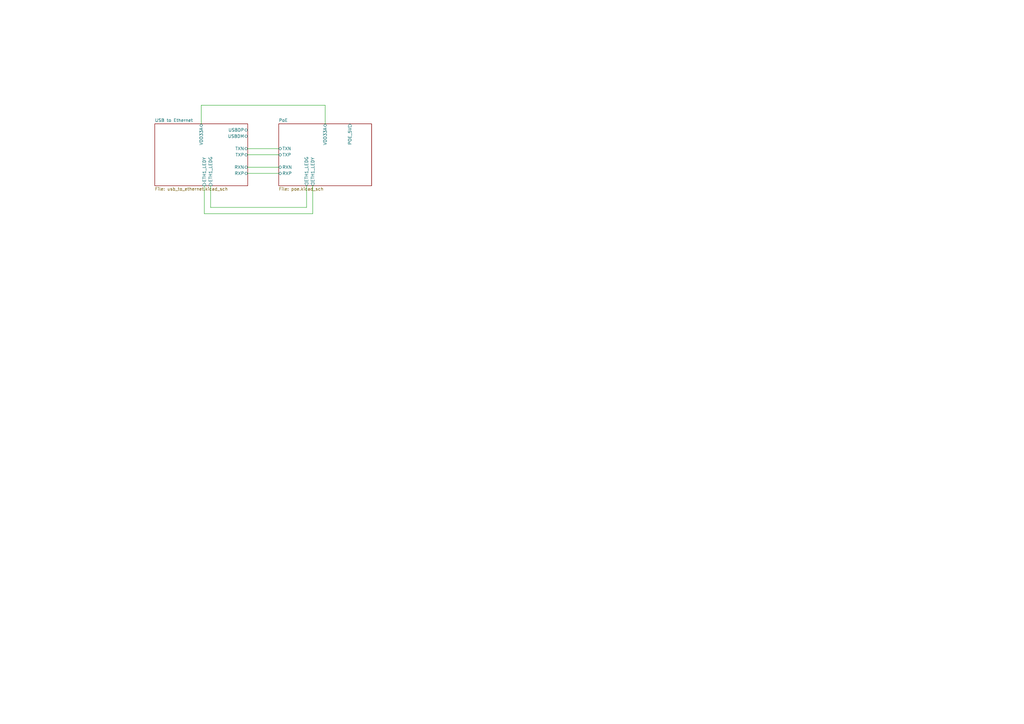
<source format=kicad_sch>
(kicad_sch
	(version 20250114)
	(generator "eeschema")
	(generator_version "9.0")
	(uuid "2ade45ab-4dd8-49f8-83c6-d4bf780bc751")
	(paper "A3")
	(title_block
		(title "PoE backplate")
		(rev "v0.1")
		(company "Grigorii Merkushev (aka brushknight)")
	)
	(lib_symbols)
	(wire
		(pts
			(xy 86.36 85.09) (xy 125.73 85.09)
		)
		(stroke
			(width 0)
			(type default)
		)
		(uuid "14c5de04-4c17-4d8f-a5f2-ae58088921df")
	)
	(wire
		(pts
			(xy 101.6 63.5) (xy 114.3 63.5)
		)
		(stroke
			(width 0)
			(type default)
		)
		(uuid "3fd3bdc0-4ce1-440e-8d33-e57f9de92d6f")
	)
	(wire
		(pts
			(xy 101.6 68.58) (xy 114.3 68.58)
		)
		(stroke
			(width 0)
			(type default)
		)
		(uuid "6cc9b8f9-1c28-449e-a414-b2217a0a32cb")
	)
	(wire
		(pts
			(xy 83.82 87.63) (xy 128.27 87.63)
		)
		(stroke
			(width 0)
			(type default)
		)
		(uuid "6de0feab-7874-46d3-89ba-f46219057f54")
	)
	(wire
		(pts
			(xy 133.35 43.18) (xy 133.35 50.8)
		)
		(stroke
			(width 0)
			(type default)
		)
		(uuid "7989865c-a31e-4ad6-9af0-3fe3774e4e15")
	)
	(wire
		(pts
			(xy 82.55 43.18) (xy 133.35 43.18)
		)
		(stroke
			(width 0)
			(type default)
		)
		(uuid "7f18e498-d9aa-4583-9c2c-ed0783ab2062")
	)
	(wire
		(pts
			(xy 101.6 60.96) (xy 114.3 60.96)
		)
		(stroke
			(width 0)
			(type default)
		)
		(uuid "81454bf1-c206-4534-9616-5ad4ac53ba77")
	)
	(wire
		(pts
			(xy 128.27 87.63) (xy 128.27 76.2)
		)
		(stroke
			(width 0)
			(type default)
		)
		(uuid "853ddd7e-6c94-48f2-9fd5-ea25d6931112")
	)
	(wire
		(pts
			(xy 125.73 85.09) (xy 125.73 76.2)
		)
		(stroke
			(width 0)
			(type default)
		)
		(uuid "8d762e71-188a-41bb-99d2-cd33a67fd441")
	)
	(wire
		(pts
			(xy 83.82 76.2) (xy 83.82 87.63)
		)
		(stroke
			(width 0)
			(type default)
		)
		(uuid "a6b2a361-c55d-4c61-822e-40d389a51ecb")
	)
	(wire
		(pts
			(xy 101.6 71.12) (xy 114.3 71.12)
		)
		(stroke
			(width 0)
			(type default)
		)
		(uuid "ad9b6dd7-2be9-43c4-bfb5-3fede657aaef")
	)
	(wire
		(pts
			(xy 86.36 76.2) (xy 86.36 85.09)
		)
		(stroke
			(width 0)
			(type default)
		)
		(uuid "d53c4e8b-ad65-4b3a-b145-857b0d28d751")
	)
	(wire
		(pts
			(xy 82.55 50.8) (xy 82.55 43.18)
		)
		(stroke
			(width 0)
			(type default)
		)
		(uuid "f954df8a-65c0-4a2b-b1da-999de9f69fa8")
	)
	(sheet
		(at 114.3 50.8)
		(size 38.1 25.4)
		(exclude_from_sim no)
		(in_bom yes)
		(on_board yes)
		(dnp no)
		(fields_autoplaced yes)
		(stroke
			(width 0.1524)
			(type solid)
		)
		(fill
			(color 0 0 0 0.0000)
		)
		(uuid "847a6f3a-a079-4ba5-8b6e-89592cee816d")
		(property "Sheetname" "PoE"
			(at 114.3 50.0884 0)
			(effects
				(font
					(size 1.27 1.27)
				)
				(justify left bottom)
			)
		)
		(property "Sheetfile" "poe.kicad_sch"
			(at 114.3 76.7846 0)
			(effects
				(font
					(size 1.27 1.27)
				)
				(justify left top)
			)
		)
		(pin "TXN" bidirectional
			(at 114.3 60.96 180)
			(uuid "1980b7e0-26a2-447a-bddd-758334f68e09")
			(effects
				(font
					(size 1.27 1.27)
				)
				(justify left)
			)
		)
		(pin "RXP" bidirectional
			(at 114.3 71.12 180)
			(uuid "1a0372c9-c412-44e6-a766-6fe5bf4f8473")
			(effects
				(font
					(size 1.27 1.27)
				)
				(justify left)
			)
		)
		(pin "TXP" bidirectional
			(at 114.3 63.5 180)
			(uuid "dbcc549b-f672-48b4-9344-b9240b04adb8")
			(effects
				(font
					(size 1.27 1.27)
				)
				(justify left)
			)
		)
		(pin "RXN" bidirectional
			(at 114.3 68.58 180)
			(uuid "a0906e05-8e72-47e0-977c-66e7b3041860")
			(effects
				(font
					(size 1.27 1.27)
				)
				(justify left)
			)
		)
		(pin "ETH1_LEDG" output
			(at 125.73 76.2 270)
			(uuid "9085ddbb-d636-451d-b02f-99b1660fd092")
			(effects
				(font
					(size 1.27 1.27)
				)
				(justify left)
			)
		)
		(pin "ETH1_LEDY" output
			(at 128.27 76.2 270)
			(uuid "0504c8ec-c4cc-4744-87b7-0633cf33a8c7")
			(effects
				(font
					(size 1.27 1.27)
				)
				(justify left)
			)
		)
		(pin "POE_5V" output
			(at 143.51 50.8 90)
			(uuid "52b3e746-18ad-4f50-85b9-624577d40cee")
			(effects
				(font
					(size 1.27 1.27)
				)
				(justify right)
			)
		)
		(pin "VDD33A" bidirectional
			(at 133.35 50.8 90)
			(uuid "0ae773c9-520d-4955-8a64-075edc29ac73")
			(effects
				(font
					(size 1.27 1.27)
				)
				(justify right)
			)
		)
		(instances
			(project "poe-back-plate"
				(path "/2ade45ab-4dd8-49f8-83c6-d4bf780bc751"
					(page "3")
				)
			)
		)
	)
	(sheet
		(at 63.5 50.8)
		(size 38.1 25.4)
		(exclude_from_sim no)
		(in_bom yes)
		(on_board yes)
		(dnp no)
		(fields_autoplaced yes)
		(stroke
			(width 0.1524)
			(type solid)
		)
		(fill
			(color 0 0 0 0.0000)
		)
		(uuid "9b59b4b7-3350-4770-b973-cb3c36e5ed35")
		(property "Sheetname" "USB to Ethernet"
			(at 63.5 50.0884 0)
			(effects
				(font
					(size 1.27 1.27)
				)
				(justify left bottom)
			)
		)
		(property "Sheetfile" "usb_to_ethernet.kicad_sch"
			(at 63.5 76.7846 0)
			(effects
				(font
					(size 1.27 1.27)
				)
				(justify left top)
			)
		)
		(pin "ETH1_LEDG" input
			(at 86.36 76.2 270)
			(uuid "76e33f9c-2630-46ba-97da-81dd25254f16")
			(effects
				(font
					(size 1.27 1.27)
				)
				(justify left)
			)
		)
		(pin "ETH1_LEDY" input
			(at 83.82 76.2 270)
			(uuid "a4de5c37-9446-4c22-9194-030468b06ae3")
			(effects
				(font
					(size 1.27 1.27)
				)
				(justify left)
			)
		)
		(pin "TXN" bidirectional
			(at 101.6 60.96 0)
			(uuid "86dddfc9-ecff-4e27-bdd1-8801056243f5")
			(effects
				(font
					(size 1.27 1.27)
				)
				(justify right)
			)
		)
		(pin "USBDP" bidirectional
			(at 101.6 53.34 0)
			(uuid "708c0dee-c840-4f6c-9f26-dc6632bcabb0")
			(effects
				(font
					(size 1.27 1.27)
				)
				(justify right)
			)
		)
		(pin "TXP" bidirectional
			(at 101.6 63.5 0)
			(uuid "41a13363-cbae-43fb-8f98-bec21d1d3db4")
			(effects
				(font
					(size 1.27 1.27)
				)
				(justify right)
			)
		)
		(pin "RXN" bidirectional
			(at 101.6 68.58 0)
			(uuid "b7557155-1950-4fd0-8c98-2deb4c556d9f")
			(effects
				(font
					(size 1.27 1.27)
				)
				(justify right)
			)
		)
		(pin "RXP" bidirectional
			(at 101.6 71.12 0)
			(uuid "1b7a7b10-0da1-4917-93d8-dd9df0d993c3")
			(effects
				(font
					(size 1.27 1.27)
				)
				(justify right)
			)
		)
		(pin "USBDM" bidirectional
			(at 101.6 55.88 0)
			(uuid "616dfbc7-75da-44c9-be39-bc3589f11123")
			(effects
				(font
					(size 1.27 1.27)
				)
				(justify right)
			)
		)
		(pin "VDD33A" bidirectional
			(at 82.55 50.8 90)
			(uuid "807e6408-b339-4fe2-93f0-a215250559c6")
			(effects
				(font
					(size 1.27 1.27)
				)
				(justify right)
			)
		)
		(instances
			(project "poe-back-plate"
				(path "/2ade45ab-4dd8-49f8-83c6-d4bf780bc751"
					(page "2")
				)
			)
		)
	)
	(sheet_instances
		(path "/"
			(page "1")
		)
	)
	(embedded_fonts no)
)

</source>
